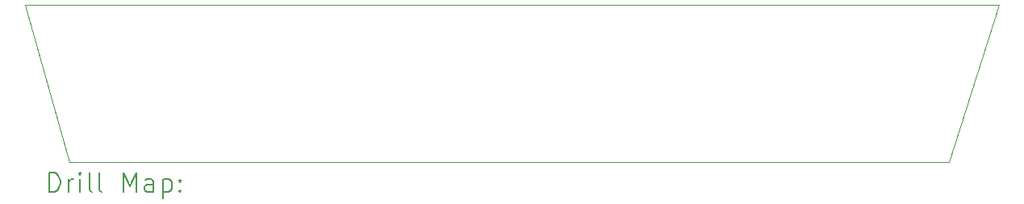
<source format=gbr>
%TF.GenerationSoftware,KiCad,Pcbnew,8.0.1*%
%TF.CreationDate,2024-06-26T21:16:35+01:00*%
%TF.ProjectId,MINI_TRUNK_6_INSULATOR,4d494e49-5f54-4525-954e-4b5f365f494e,rev?*%
%TF.SameCoordinates,Original*%
%TF.FileFunction,Drillmap*%
%TF.FilePolarity,Positive*%
%FSLAX45Y45*%
G04 Gerber Fmt 4.5, Leading zero omitted, Abs format (unit mm)*
G04 Created by KiCad (PCBNEW 8.0.1) date 2024-06-26 21:16:35*
%MOMM*%
%LPD*%
G01*
G04 APERTURE LIST*
%ADD10C,0.050000*%
%ADD11C,0.200000*%
G04 APERTURE END LIST*
D10*
X19627500Y-10377000D02*
X10396500Y-10377000D01*
X20152500Y-8731000D02*
X19627500Y-10377000D01*
X9925500Y-8731000D02*
X10396500Y-10377000D01*
X9925500Y-8731000D02*
X20152500Y-8731000D01*
D11*
X10183777Y-10690984D02*
X10183777Y-10490984D01*
X10183777Y-10490984D02*
X10231396Y-10490984D01*
X10231396Y-10490984D02*
X10259967Y-10500508D01*
X10259967Y-10500508D02*
X10279015Y-10519555D01*
X10279015Y-10519555D02*
X10288539Y-10538603D01*
X10288539Y-10538603D02*
X10298063Y-10576698D01*
X10298063Y-10576698D02*
X10298063Y-10605270D01*
X10298063Y-10605270D02*
X10288539Y-10643365D01*
X10288539Y-10643365D02*
X10279015Y-10662412D01*
X10279015Y-10662412D02*
X10259967Y-10681460D01*
X10259967Y-10681460D02*
X10231396Y-10690984D01*
X10231396Y-10690984D02*
X10183777Y-10690984D01*
X10383777Y-10690984D02*
X10383777Y-10557650D01*
X10383777Y-10595746D02*
X10393301Y-10576698D01*
X10393301Y-10576698D02*
X10402824Y-10567174D01*
X10402824Y-10567174D02*
X10421872Y-10557650D01*
X10421872Y-10557650D02*
X10440920Y-10557650D01*
X10507586Y-10690984D02*
X10507586Y-10557650D01*
X10507586Y-10490984D02*
X10498063Y-10500508D01*
X10498063Y-10500508D02*
X10507586Y-10510031D01*
X10507586Y-10510031D02*
X10517110Y-10500508D01*
X10517110Y-10500508D02*
X10507586Y-10490984D01*
X10507586Y-10490984D02*
X10507586Y-10510031D01*
X10631396Y-10690984D02*
X10612348Y-10681460D01*
X10612348Y-10681460D02*
X10602824Y-10662412D01*
X10602824Y-10662412D02*
X10602824Y-10490984D01*
X10736158Y-10690984D02*
X10717110Y-10681460D01*
X10717110Y-10681460D02*
X10707586Y-10662412D01*
X10707586Y-10662412D02*
X10707586Y-10490984D01*
X10964729Y-10690984D02*
X10964729Y-10490984D01*
X10964729Y-10490984D02*
X11031396Y-10633841D01*
X11031396Y-10633841D02*
X11098063Y-10490984D01*
X11098063Y-10490984D02*
X11098063Y-10690984D01*
X11279015Y-10690984D02*
X11279015Y-10586222D01*
X11279015Y-10586222D02*
X11269491Y-10567174D01*
X11269491Y-10567174D02*
X11250443Y-10557650D01*
X11250443Y-10557650D02*
X11212348Y-10557650D01*
X11212348Y-10557650D02*
X11193301Y-10567174D01*
X11279015Y-10681460D02*
X11259967Y-10690984D01*
X11259967Y-10690984D02*
X11212348Y-10690984D01*
X11212348Y-10690984D02*
X11193301Y-10681460D01*
X11193301Y-10681460D02*
X11183777Y-10662412D01*
X11183777Y-10662412D02*
X11183777Y-10643365D01*
X11183777Y-10643365D02*
X11193301Y-10624317D01*
X11193301Y-10624317D02*
X11212348Y-10614793D01*
X11212348Y-10614793D02*
X11259967Y-10614793D01*
X11259967Y-10614793D02*
X11279015Y-10605270D01*
X11374253Y-10557650D02*
X11374253Y-10757650D01*
X11374253Y-10567174D02*
X11393301Y-10557650D01*
X11393301Y-10557650D02*
X11431396Y-10557650D01*
X11431396Y-10557650D02*
X11450443Y-10567174D01*
X11450443Y-10567174D02*
X11459967Y-10576698D01*
X11459967Y-10576698D02*
X11469491Y-10595746D01*
X11469491Y-10595746D02*
X11469491Y-10652889D01*
X11469491Y-10652889D02*
X11459967Y-10671936D01*
X11459967Y-10671936D02*
X11450443Y-10681460D01*
X11450443Y-10681460D02*
X11431396Y-10690984D01*
X11431396Y-10690984D02*
X11393301Y-10690984D01*
X11393301Y-10690984D02*
X11374253Y-10681460D01*
X11555205Y-10671936D02*
X11564729Y-10681460D01*
X11564729Y-10681460D02*
X11555205Y-10690984D01*
X11555205Y-10690984D02*
X11545682Y-10681460D01*
X11545682Y-10681460D02*
X11555205Y-10671936D01*
X11555205Y-10671936D02*
X11555205Y-10690984D01*
X11555205Y-10567174D02*
X11564729Y-10576698D01*
X11564729Y-10576698D02*
X11555205Y-10586222D01*
X11555205Y-10586222D02*
X11545682Y-10576698D01*
X11545682Y-10576698D02*
X11555205Y-10567174D01*
X11555205Y-10567174D02*
X11555205Y-10586222D01*
M02*

</source>
